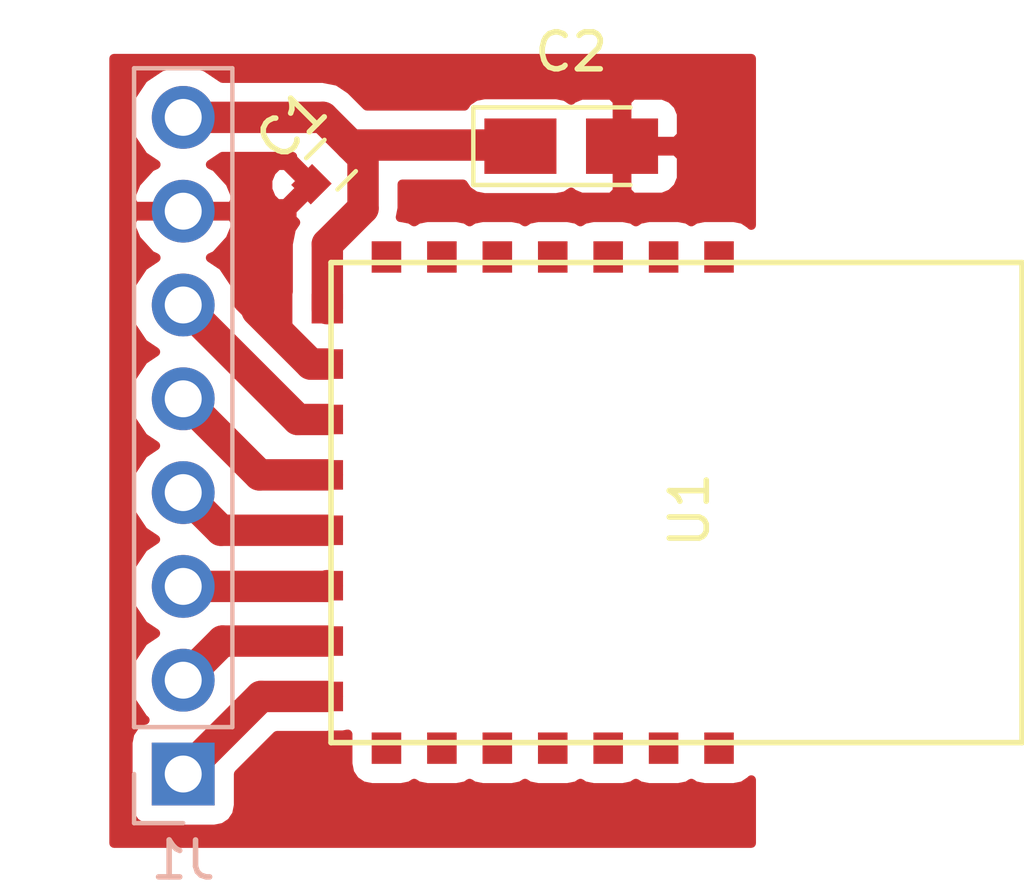
<source format=kicad_pcb>
(kicad_pcb (version 20170123) (host pcbnew "(2017-07-01 revision 1c5ace4b7)-makepkg")

  (general
    (thickness 1.6)
    (drawings 0)
    (tracks 22)
    (zones 0)
    (modules 4)
    (nets 9)
  )

  (page A4)
  (layers
    (0 F.Cu signal)
    (31 B.Cu signal)
    (32 B.Adhes user)
    (33 F.Adhes user)
    (34 B.Paste user)
    (35 F.Paste user)
    (36 B.SilkS user)
    (37 F.SilkS user)
    (38 B.Mask user)
    (39 F.Mask user)
    (40 Dwgs.User user)
    (41 Cmts.User user)
    (42 Eco1.User user)
    (43 Eco2.User user)
    (44 Edge.Cuts user)
    (45 Margin user)
    (46 B.CrtYd user)
    (47 F.CrtYd user)
    (48 B.Fab user)
    (49 F.Fab user)
  )

  (setup
    (last_trace_width 0.25)
    (user_trace_width 0.5)
    (user_trace_width 0.55)
    (user_trace_width 0.6)
    (user_trace_width 0.65)
    (user_trace_width 0.7)
    (user_trace_width 0.75)
    (user_trace_width 0.8)
    (user_trace_width 0.85)
    (trace_clearance 0.2)
    (zone_clearance 0.508)
    (zone_45_only no)
    (trace_min 0.2)
    (segment_width 0.2)
    (edge_width 0.15)
    (via_size 0.8)
    (via_drill 0.4)
    (via_min_size 0.4)
    (via_min_drill 0.3)
    (uvia_size 0.3)
    (uvia_drill 0.1)
    (uvias_allowed no)
    (uvia_min_size 0.2)
    (uvia_min_drill 0.1)
    (pcb_text_width 0.3)
    (pcb_text_size 1.5 1.5)
    (mod_edge_width 0.15)
    (mod_text_size 1 1)
    (mod_text_width 0.15)
    (pad_size 1.524 1.524)
    (pad_drill 0.762)
    (pad_to_mask_clearance 0.2)
    (aux_axis_origin 0 0)
    (visible_elements 7FFFFFFF)
    (pcbplotparams
      (layerselection 0x00000_7fffffff)
      (usegerberextensions false)
      (excludeedgelayer true)
      (linewidth 0.100000)
      (plotframeref false)
      (viasonmask false)
      (mode 1)
      (useauxorigin false)
      (hpglpennumber 1)
      (hpglpenspeed 20)
      (hpglpendiameter 15)
      (psnegative false)
      (psa4output false)
      (plotreference false)
      (plotvalue false)
      (plotinvisibletext false)
      (padsonsilk false)
      (subtractmaskfromsilk false)
      (outputformat 5)
      (mirror true)
      (drillshape 1)
      (scaleselection 1)
      (outputdirectory ""))
  )

  (net 0 "")
  (net 1 "Net-(C1-Pad2)")
  (net 2 "Net-(J1-Pad6)")
  (net 3 "Net-(J1-Pad5)")
  (net 4 "Net-(J1-Pad4)")
  (net 5 "Net-(J1-Pad3)")
  (net 6 "Net-(J1-Pad2)")
  (net 7 "Net-(J1-Pad1)")
  (net 8 GND)

  (net_class Default "To jest domyślna klasa połączeń."
    (clearance 0.2)
    (trace_width 0.25)
    (via_dia 0.8)
    (via_drill 0.4)
    (uvia_dia 0.3)
    (uvia_drill 0.1)
    (add_net GND)
    (add_net "Net-(C1-Pad2)")
    (add_net "Net-(J1-Pad1)")
    (add_net "Net-(J1-Pad2)")
    (add_net "Net-(J1-Pad3)")
    (add_net "Net-(J1-Pad4)")
    (add_net "Net-(J1-Pad5)")
    (add_net "Net-(J1-Pad6)")
  )

  (module Capacitors_SMD:C_0603 (layer F.Cu) (tedit 58AA844E) (tstamp 595DBB9E)
    (at 31.5 27 45)
    (descr "Capacitor SMD 0603, reflow soldering, AVX (see smccp.pdf)")
    (tags "capacitor 0603")
    (path /595D01D6)
    (attr smd)
    (fp_text reference C1 (at 0 -1.5 45) (layer F.SilkS)
      (effects (font (size 1 1) (thickness 0.15)))
    )
    (fp_text value C (at 0 1.5 45) (layer F.Fab)
      (effects (font (size 1 1) (thickness 0.15)))
    )
    (fp_line (start 1.4 0.65) (end -1.4 0.65) (layer F.CrtYd) (width 0.05))
    (fp_line (start 1.4 0.65) (end 1.4 -0.65) (layer F.CrtYd) (width 0.05))
    (fp_line (start -1.4 -0.65) (end -1.4 0.65) (layer F.CrtYd) (width 0.05))
    (fp_line (start -1.4 -0.65) (end 1.4 -0.65) (layer F.CrtYd) (width 0.05))
    (fp_line (start 0.35 0.6) (end -0.35 0.6) (layer F.SilkS) (width 0.12))
    (fp_line (start -0.35 -0.6) (end 0.35 -0.6) (layer F.SilkS) (width 0.12))
    (fp_line (start -0.8 -0.4) (end 0.8 -0.4) (layer F.Fab) (width 0.1))
    (fp_line (start 0.8 -0.4) (end 0.8 0.4) (layer F.Fab) (width 0.1))
    (fp_line (start 0.8 0.4) (end -0.8 0.4) (layer F.Fab) (width 0.1))
    (fp_line (start -0.8 0.4) (end -0.8 -0.4) (layer F.Fab) (width 0.1))
    (fp_text user %R (at 0 -1.5 45) (layer F.Fab)
      (effects (font (size 1 1) (thickness 0.15)))
    )
    (pad 2 smd rect (at 0.75 0 45) (size 0.8 0.75) (layers F.Cu F.Paste F.Mask)
      (net 1 "Net-(C1-Pad2)"))
    (pad 1 smd rect (at -0.75 0 45) (size 0.8 0.75) (layers F.Cu F.Paste F.Mask)
      (net 8 GND))
    (model Capacitors_SMD.3dshapes/C_0603.wrl
      (at (xyz 0 0 0))
      (scale (xyz 1 1 1))
      (rotate (xyz 0 0 0))
    )
  )

  (module Capacitors_Tantalum_SMD:CP_Tantalum_Case-A_EIA-3216-18_Reflow (layer F.Cu) (tedit 58CC8C08) (tstamp 595DBB67)
    (at 38 26.5)
    (descr "Tantalum capacitor, Case A, EIA 3216-18, 3.2x1.6x1.6mm, Reflow soldering footprint")
    (tags "capacitor tantalum smd")
    (path /595D021A)
    (attr smd)
    (fp_text reference C2 (at 0 -2.55) (layer F.SilkS)
      (effects (font (size 1 1) (thickness 0.15)))
    )
    (fp_text value CP (at 0 2.55) (layer F.Fab)
      (effects (font (size 1 1) (thickness 0.15)))
    )
    (fp_line (start -2.65 -1.05) (end -2.65 1.05) (layer F.SilkS) (width 0.12))
    (fp_line (start -2.65 1.05) (end 1.6 1.05) (layer F.SilkS) (width 0.12))
    (fp_line (start -2.65 -1.05) (end 1.6 -1.05) (layer F.SilkS) (width 0.12))
    (fp_line (start -1.12 -0.8) (end -1.12 0.8) (layer F.Fab) (width 0.1))
    (fp_line (start -1.28 -0.8) (end -1.28 0.8) (layer F.Fab) (width 0.1))
    (fp_line (start 1.6 -0.8) (end -1.6 -0.8) (layer F.Fab) (width 0.1))
    (fp_line (start 1.6 0.8) (end 1.6 -0.8) (layer F.Fab) (width 0.1))
    (fp_line (start -1.6 0.8) (end 1.6 0.8) (layer F.Fab) (width 0.1))
    (fp_line (start -1.6 -0.8) (end -1.6 0.8) (layer F.Fab) (width 0.1))
    (fp_line (start 2.75 -1.2) (end -2.75 -1.2) (layer F.CrtYd) (width 0.05))
    (fp_line (start 2.75 1.2) (end 2.75 -1.2) (layer F.CrtYd) (width 0.05))
    (fp_line (start -2.75 1.2) (end 2.75 1.2) (layer F.CrtYd) (width 0.05))
    (fp_line (start -2.75 -1.2) (end -2.75 1.2) (layer F.CrtYd) (width 0.05))
    (fp_text user %R (at 0 0) (layer F.Fab)
      (effects (font (size 0.7 0.7) (thickness 0.105)))
    )
    (pad 2 smd rect (at 1.375 0) (size 1.95 1.5) (layers F.Cu F.Paste F.Mask)
      (net 8 GND))
    (pad 1 smd rect (at -1.375 0) (size 1.95 1.5) (layers F.Cu F.Paste F.Mask)
      (net 1 "Net-(C1-Pad2)"))
    (model Capacitors_Tantalum_SMD.3dshapes/CP_Tantalum_Case-A_EIA-3216-18.wrl
      (at (xyz 0 0 0))
      (scale (xyz 1 1 1))
      (rotate (xyz 0 0 0))
    )
  )

  (module LPG-BT:JDY-10 (layer F.Cu) (tedit 595BB0B5) (tstamp 595DBB19)
    (at 41.7 36.35 270)
    (path /595D005A)
    (fp_text reference U1 (at 0 0.5 270) (layer F.SilkS)
      (effects (font (size 1 1) (thickness 0.15)))
    )
    (fp_text value JDY-10 (at 0 -0.5 270) (layer F.Fab)
      (effects (font (size 1 1) (thickness 0.15)))
    )
    (fp_line (start -6.7 10.2) (end -6.7 -8.5) (layer F.SilkS) (width 0.15))
    (fp_line (start -6.7 -8.5) (end 6.3 -8.5) (layer F.SilkS) (width 0.15))
    (fp_line (start 6.3 -8.5) (end 6.3 10.2) (layer F.SilkS) (width 0.15))
    (fp_line (start 6.3 10.2) (end -6.7 10.2) (layer F.SilkS) (width 0.15))
    (pad 15 smd rect (at 5.05 10.3 270) (size 0.8 0.85) (layers F.Cu F.Paste F.Mask)
      (net 7 "Net-(J1-Pad1)"))
    (pad 14 smd rect (at 3.55 10.3 270) (size 0.8 0.85) (layers F.Cu F.Paste F.Mask)
      (net 6 "Net-(J1-Pad2)"))
    (pad 13 smd rect (at 2.05 10.3 270) (size 0.8 0.85) (layers F.Cu F.Paste F.Mask)
      (net 5 "Net-(J1-Pad3)"))
    (pad 12 smd rect (at 0.55 10.3 270) (size 0.8 0.85) (layers F.Cu F.Paste F.Mask)
      (net 4 "Net-(J1-Pad4)"))
    (pad 11 smd rect (at -0.95 10.3 270) (size 0.8 0.85) (layers F.Cu F.Paste F.Mask)
      (net 3 "Net-(J1-Pad5)"))
    (pad 10 smd rect (at -2.45 10.3 270) (size 0.8 0.85) (layers F.Cu F.Paste F.Mask)
      (net 2 "Net-(J1-Pad6)"))
    (pad 9 smd rect (at -3.95 10.3 270) (size 0.8 0.85) (layers F.Cu F.Paste F.Mask)
      (net 8 GND))
    (pad 8 smd rect (at -5.45 10.3 270) (size 0.8 0.85) (layers F.Cu F.Paste F.Mask)
      (net 1 "Net-(C1-Pad2)"))
    (pad 16 smd rect (at 6.45 8.7 270) (size 0.85 0.8) (layers F.Cu F.Paste F.Mask))
    (pad 17 smd rect (at 6.45 7.2 270) (size 0.85 0.8) (layers F.Cu F.Paste F.Mask))
    (pad 18 smd rect (at 6.45 5.7 270) (size 0.85 0.8) (layers F.Cu F.Paste F.Mask))
    (pad 19 smd rect (at 6.45 4.2 270) (size 0.85 0.8) (layers F.Cu F.Paste F.Mask))
    (pad 20 smd rect (at 6.45 2.7 270) (size 0.85 0.8) (layers F.Cu F.Paste F.Mask))
    (pad 21 smd rect (at 6.45 1.2 270) (size 0.85 0.8) (layers F.Cu F.Paste F.Mask))
    (pad 22 smd rect (at 6.45 -0.3 270) (size 0.85 0.8) (layers F.Cu F.Paste F.Mask))
    (pad 1 smd rect (at -6.85 -0.3 270) (size 0.85 0.8) (layers F.Cu F.Paste F.Mask))
    (pad 2 smd rect (at -6.85 1.2 270) (size 0.85 0.8) (layers F.Cu F.Paste F.Mask))
    (pad 3 smd rect (at -6.85 2.7 270) (size 0.85 0.8) (layers F.Cu F.Paste F.Mask))
    (pad 4 smd rect (at -6.85 4.2 270) (size 0.85 0.8) (layers F.Cu F.Paste F.Mask))
    (pad 5 smd rect (at -6.85 5.7 270) (size 0.85 0.8) (layers F.Cu F.Paste F.Mask))
    (pad 6 smd rect (at -6.85 7.2 270) (size 0.85 0.8) (layers F.Cu F.Paste F.Mask))
    (pad 7 smd rect (at -6.85 8.7 270) (size 0.85 0.8) (layers F.Cu F.Paste F.Mask))
  )

  (module Pin_Headers:Pin_Header_Straight_1x08_Pitch2.54mm (layer B.Cu) (tedit 58CD4EC1) (tstamp 595DBAC7)
    (at 27.5 43.5)
    (descr "Through hole straight pin header, 1x08, 2.54mm pitch, single row")
    (tags "Through hole pin header THT 1x08 2.54mm single row")
    (path /595D0128)
    (fp_text reference J1 (at 0 2.33) (layer B.SilkS)
      (effects (font (size 1 1) (thickness 0.15)) (justify mirror))
    )
    (fp_text value CONN_01X08 (at 0 -20.11) (layer B.Fab)
      (effects (font (size 1 1) (thickness 0.15)) (justify mirror))
    )
    (fp_text user %R (at 0 2.33) (layer B.Fab)
      (effects (font (size 1 1) (thickness 0.15)) (justify mirror))
    )
    (fp_line (start 1.8 1.8) (end -1.8 1.8) (layer B.CrtYd) (width 0.05))
    (fp_line (start 1.8 -19.55) (end 1.8 1.8) (layer B.CrtYd) (width 0.05))
    (fp_line (start -1.8 -19.55) (end 1.8 -19.55) (layer B.CrtYd) (width 0.05))
    (fp_line (start -1.8 1.8) (end -1.8 -19.55) (layer B.CrtYd) (width 0.05))
    (fp_line (start -1.33 1.33) (end 0 1.33) (layer B.SilkS) (width 0.12))
    (fp_line (start -1.33 0) (end -1.33 1.33) (layer B.SilkS) (width 0.12))
    (fp_line (start 1.33 -1.27) (end -1.33 -1.27) (layer B.SilkS) (width 0.12))
    (fp_line (start 1.33 -19.11) (end 1.33 -1.27) (layer B.SilkS) (width 0.12))
    (fp_line (start -1.33 -19.11) (end 1.33 -19.11) (layer B.SilkS) (width 0.12))
    (fp_line (start -1.33 -1.27) (end -1.33 -19.11) (layer B.SilkS) (width 0.12))
    (fp_line (start 1.27 1.27) (end -1.27 1.27) (layer B.Fab) (width 0.1))
    (fp_line (start 1.27 -19.05) (end 1.27 1.27) (layer B.Fab) (width 0.1))
    (fp_line (start -1.27 -19.05) (end 1.27 -19.05) (layer B.Fab) (width 0.1))
    (fp_line (start -1.27 1.27) (end -1.27 -19.05) (layer B.Fab) (width 0.1))
    (pad 8 thru_hole oval (at 0 -17.78) (size 1.7 1.7) (drill 1) (layers *.Cu *.Mask)
      (net 1 "Net-(C1-Pad2)"))
    (pad 7 thru_hole oval (at 0 -15.24) (size 1.7 1.7) (drill 1) (layers *.Cu *.Mask)
      (net 8 GND))
    (pad 6 thru_hole oval (at 0 -12.7) (size 1.7 1.7) (drill 1) (layers *.Cu *.Mask)
      (net 2 "Net-(J1-Pad6)"))
    (pad 5 thru_hole oval (at 0 -10.16) (size 1.7 1.7) (drill 1) (layers *.Cu *.Mask)
      (net 3 "Net-(J1-Pad5)"))
    (pad 4 thru_hole oval (at 0 -7.62) (size 1.7 1.7) (drill 1) (layers *.Cu *.Mask)
      (net 4 "Net-(J1-Pad4)"))
    (pad 3 thru_hole oval (at 0 -5.08) (size 1.7 1.7) (drill 1) (layers *.Cu *.Mask)
      (net 5 "Net-(J1-Pad3)"))
    (pad 2 thru_hole oval (at 0 -2.54) (size 1.7 1.7) (drill 1) (layers *.Cu *.Mask)
      (net 6 "Net-(J1-Pad2)"))
    (pad 1 thru_hole rect (at 0 0) (size 1.7 1.7) (drill 1) (layers *.Cu *.Mask)
      (net 7 "Net-(J1-Pad1)"))
    (model ${KISYS3DMOD}/Pin_Headers.3dshapes/Pin_Header_Straight_1x08_Pitch2.54mm.wrl
      (at (xyz 0 -0.35 0))
      (scale (xyz 1 1 1))
      (rotate (xyz 0 0 90))
    )
  )

  (segment (start 31.4 30.9) (end 31.4 29.149998) (width 0.85) (layer F.Cu) (net 1))
  (segment (start 31.4 29.149998) (end 32.366205 28.183793) (width 0.85) (layer F.Cu) (net 1))
  (segment (start 32.366205 28.183793) (end 32.366205 26.805545) (width 0.85) (layer F.Cu) (net 1))
  (segment (start 32.366205 26.805545) (end 32.03033 26.46967) (width 0.85) (layer F.Cu) (net 1))
  (segment (start 32.03033 26.46967) (end 36.59467 26.46967) (width 0.85) (layer F.Cu) (net 1))
  (segment (start 36.59467 26.46967) (end 36.625 26.5) (width 0.85) (layer F.Cu) (net 1))
  (segment (start 27.5 25.72) (end 31.28066 25.72) (width 0.85) (layer F.Cu) (net 1))
  (segment (start 31.28066 25.72) (end 32.03033 26.46967) (width 0.85) (layer F.Cu) (net 1))
  (segment (start 31.4 33.9) (end 30.6 33.9) (width 0.85) (layer F.Cu) (net 2))
  (segment (start 30.6 33.9) (end 27.5 30.8) (width 0.85) (layer F.Cu) (net 2))
  (segment (start 27.5 33.34) (end 29.56 35.4) (width 0.85) (layer F.Cu) (net 3))
  (segment (start 29.56 35.4) (end 31.4 35.4) (width 0.85) (layer F.Cu) (net 3))
  (segment (start 27.5 35.88) (end 28.52 36.9) (width 0.85) (layer F.Cu) (net 4))
  (segment (start 28.52 36.9) (end 31.4 36.9) (width 0.85) (layer F.Cu) (net 4))
  (segment (start 27.5 38.42) (end 31.38 38.42) (width 0.85) (layer F.Cu) (net 5))
  (segment (start 31.38 38.42) (end 31.4 38.4) (width 0.85) (layer F.Cu) (net 5))
  (segment (start 31.4 39.9) (end 28.56 39.9) (width 0.85) (layer F.Cu) (net 6))
  (segment (start 28.56 39.9) (end 27.5 40.96) (width 0.85) (layer F.Cu) (net 6))
  (segment (start 31.4 41.4) (end 29.6 41.4) (width 0.85) (layer F.Cu) (net 7))
  (segment (start 29.6 41.4) (end 27.5 43.5) (width 0.85) (layer F.Cu) (net 7))
  (segment (start 31.4 32.4) (end 30.949998 32.4) (width 0.85) (layer F.Cu) (net 8))
  (segment (start 30.949998 32.4) (end 29.5 30.950002) (width 0.85) (layer F.Cu) (net 8))

  (zone (net 8) (net_name GND) (layer F.Cu) (tstamp 0) (hatch edge 0.508)
    (connect_pads (clearance 0.508))
    (min_thickness 0.254)
    (fill yes (arc_segments 16) (thermal_gap 0.508) (thermal_bridge_width 0.508))
    (polygon
      (pts
        (xy 25.5 24) (xy 43 24) (xy 43 45.5) (xy 25.5 45.5)
      )
    )
    (filled_polygon
      (pts
        (xy 42.873 28.639926) (xy 42.857809 28.617191) (xy 42.647765 28.476843) (xy 42.4 28.42756) (xy 41.6 28.42756)
        (xy 41.352235 28.476843) (xy 41.25 28.545155) (xy 41.147765 28.476843) (xy 40.9 28.42756) (xy 40.1 28.42756)
        (xy 39.852235 28.476843) (xy 39.75 28.545155) (xy 39.647765 28.476843) (xy 39.4 28.42756) (xy 38.6 28.42756)
        (xy 38.352235 28.476843) (xy 38.25 28.545155) (xy 38.147765 28.476843) (xy 37.9 28.42756) (xy 37.1 28.42756)
        (xy 36.852235 28.476843) (xy 36.75 28.545155) (xy 36.647765 28.476843) (xy 36.4 28.42756) (xy 35.6 28.42756)
        (xy 35.352235 28.476843) (xy 35.25 28.545155) (xy 35.147765 28.476843) (xy 34.9 28.42756) (xy 34.1 28.42756)
        (xy 33.852235 28.476843) (xy 33.75 28.545155) (xy 33.647765 28.476843) (xy 33.4 28.42756) (xy 33.377717 28.42756)
        (xy 33.426205 28.183793) (xy 33.426205 27.52967) (xy 35.073161 27.52967) (xy 35.192191 27.707809) (xy 35.402235 27.848157)
        (xy 35.65 27.89744) (xy 37.6 27.89744) (xy 37.847765 27.848157) (xy 37.999047 27.747073) (xy 38.040302 27.788327)
        (xy 38.273691 27.885) (xy 39.08925 27.885) (xy 39.248 27.72625) (xy 39.248 26.627) (xy 39.502 26.627)
        (xy 39.502 27.72625) (xy 39.66075 27.885) (xy 40.476309 27.885) (xy 40.709698 27.788327) (xy 40.888327 27.609699)
        (xy 40.985 27.37631) (xy 40.985 26.78575) (xy 40.82625 26.627) (xy 39.502 26.627) (xy 39.248 26.627)
        (xy 39.228 26.627) (xy 39.228 26.373) (xy 39.248 26.373) (xy 39.248 25.27375) (xy 39.502 25.27375)
        (xy 39.502 26.373) (xy 40.82625 26.373) (xy 40.985 26.21425) (xy 40.985 25.62369) (xy 40.888327 25.390301)
        (xy 40.709698 25.211673) (xy 40.476309 25.115) (xy 39.66075 25.115) (xy 39.502 25.27375) (xy 39.248 25.27375)
        (xy 39.08925 25.115) (xy 38.273691 25.115) (xy 38.040302 25.211673) (xy 37.999047 25.252927) (xy 37.847765 25.151843)
        (xy 37.6 25.10256) (xy 35.65 25.10256) (xy 35.402235 25.151843) (xy 35.192191 25.292191) (xy 35.113693 25.40967)
        (xy 32.469397 25.40967) (xy 32.030193 24.970467) (xy 31.686305 24.740688) (xy 31.28066 24.66) (xy 28.564262 24.66)
        (xy 28.097378 24.348039) (xy 27.529093 24.235) (xy 27.470907 24.235) (xy 26.902622 24.348039) (xy 26.420853 24.669946)
        (xy 26.098946 25.151715) (xy 25.985907 25.72) (xy 26.098946 26.288285) (xy 26.420853 26.770054) (xy 26.761553 26.997702)
        (xy 26.618642 27.064817) (xy 26.228355 27.493076) (xy 26.058524 27.90311) (xy 26.179845 28.133) (xy 27.373 28.133)
        (xy 27.373 28.113) (xy 27.627 28.113) (xy 27.627 28.133) (xy 28.820155 28.133) (xy 28.941476 27.90311)
        (xy 28.846713 27.674317) (xy 29.786662 27.674317) (xy 29.883335 27.907706) (xy 30.035759 28.06013) (xy 30.260265 28.06013)
        (xy 30.790065 27.53033) (xy 30.277943 27.018208) (xy 30.053436 27.018208) (xy 29.883335 27.188309) (xy 29.786663 27.421698)
        (xy 29.786662 27.674317) (xy 28.846713 27.674317) (xy 28.771645 27.493076) (xy 28.381358 27.064817) (xy 28.238447 26.997702)
        (xy 28.564262 26.78) (xy 30.457548 26.78) (xy 30.457548 26.838603) (xy 30.96967 27.350725) (xy 30.983813 27.336583)
        (xy 31.163418 27.516188) (xy 31.149275 27.53033) (xy 31.163418 27.544473) (xy 30.983813 27.724078) (xy 30.96967 27.709935)
        (xy 30.43987 28.239735) (xy 30.43987 28.464241) (xy 30.540568 28.564939) (xy 30.420688 28.744353) (xy 30.420688 28.744354)
        (xy 30.34 29.149998) (xy 30.34 30.437459) (xy 30.32756 30.5) (xy 30.32756 31.3) (xy 30.376843 31.547765)
        (xy 30.437873 31.639102) (xy 30.436673 31.640302) (xy 30.34 31.873691) (xy 30.34 32.11425) (xy 30.498748 32.272998)
        (xy 30.472064 32.272998) (xy 29.0116 30.812534) (xy 29.014093 30.8) (xy 28.901054 30.231715) (xy 28.579147 29.749946)
        (xy 28.238447 29.522298) (xy 28.381358 29.455183) (xy 28.771645 29.026924) (xy 28.941476 28.61689) (xy 28.820155 28.387)
        (xy 27.627 28.387) (xy 27.627 28.407) (xy 27.373 28.407) (xy 27.373 28.387) (xy 26.179845 28.387)
        (xy 26.058524 28.61689) (xy 26.228355 29.026924) (xy 26.618642 29.455183) (xy 26.761553 29.522298) (xy 26.420853 29.749946)
        (xy 26.098946 30.231715) (xy 25.985907 30.8) (xy 26.098946 31.368285) (xy 26.420853 31.850054) (xy 26.750026 32.07)
        (xy 26.420853 32.289946) (xy 26.098946 32.771715) (xy 25.985907 33.34) (xy 26.098946 33.908285) (xy 26.420853 34.390054)
        (xy 26.750026 34.61) (xy 26.420853 34.829946) (xy 26.098946 35.311715) (xy 25.985907 35.88) (xy 26.098946 36.448285)
        (xy 26.420853 36.930054) (xy 26.750026 37.15) (xy 26.420853 37.369946) (xy 26.098946 37.851715) (xy 25.985907 38.42)
        (xy 26.098946 38.988285) (xy 26.420853 39.470054) (xy 26.750026 39.69) (xy 26.420853 39.909946) (xy 26.098946 40.391715)
        (xy 25.985907 40.96) (xy 26.098946 41.528285) (xy 26.420853 42.010054) (xy 26.464777 42.039403) (xy 26.402235 42.051843)
        (xy 26.192191 42.192191) (xy 26.051843 42.402235) (xy 26.00256 42.65) (xy 26.00256 44.35) (xy 26.051843 44.597765)
        (xy 26.192191 44.807809) (xy 26.402235 44.948157) (xy 26.65 44.99744) (xy 28.35 44.99744) (xy 28.597765 44.948157)
        (xy 28.807809 44.807809) (xy 28.948157 44.597765) (xy 28.99744 44.35) (xy 28.99744 43.501626) (xy 30.039067 42.46)
        (xy 31.4 42.46) (xy 31.463143 42.44744) (xy 31.825 42.44744) (xy 31.95256 42.422067) (xy 31.95256 43.225)
        (xy 32.001843 43.472765) (xy 32.142191 43.682809) (xy 32.352235 43.823157) (xy 32.6 43.87244) (xy 33.4 43.87244)
        (xy 33.647765 43.823157) (xy 33.75 43.754845) (xy 33.852235 43.823157) (xy 34.1 43.87244) (xy 34.9 43.87244)
        (xy 35.147765 43.823157) (xy 35.25 43.754845) (xy 35.352235 43.823157) (xy 35.6 43.87244) (xy 36.4 43.87244)
        (xy 36.647765 43.823157) (xy 36.75 43.754845) (xy 36.852235 43.823157) (xy 37.1 43.87244) (xy 37.9 43.87244)
        (xy 38.147765 43.823157) (xy 38.25 43.754845) (xy 38.352235 43.823157) (xy 38.6 43.87244) (xy 39.4 43.87244)
        (xy 39.647765 43.823157) (xy 39.75 43.754845) (xy 39.852235 43.823157) (xy 40.1 43.87244) (xy 40.9 43.87244)
        (xy 41.147765 43.823157) (xy 41.25 43.754845) (xy 41.352235 43.823157) (xy 41.6 43.87244) (xy 42.4 43.87244)
        (xy 42.647765 43.823157) (xy 42.857809 43.682809) (xy 42.873 43.660074) (xy 42.873 45.373) (xy 25.627 45.373)
        (xy 25.627 24.127) (xy 42.873 24.127)
      )
    )
    (filled_polygon
      (pts
        (xy 31.527 32.273) (xy 31.547 32.273) (xy 31.547 32.527) (xy 31.527 32.527) (xy 31.527 32.547)
        (xy 31.273 32.547) (xy 31.273 32.527) (xy 31.253 32.527) (xy 31.253 32.273) (xy 31.273 32.273)
        (xy 31.273 32.253) (xy 31.527 32.253)
      )
    )
  )
  (zone (net 0) (net_name "") (layer F.Cu) (tstamp 0) (hatch edge 0.508)
    (connect_pads (clearance 0.508))
    (min_thickness 0.254)
    (keepout (tracks allowed) (vias allowed) (copperpour not_allowed))
    (fill yes (arc_segments 16) (thermal_gap 0.508) (thermal_bridge_width 0.508))
    (polygon
      (pts
        (xy 43 30) (xy 32 30) (xy 32 42) (xy 43 42)
      )
    )
  )
)

</source>
